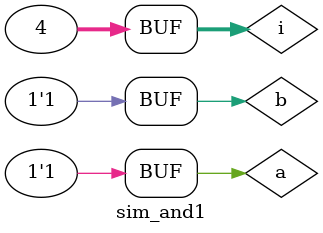
<source format=v>
`include "and1.v"
module sim_and1 ;
    integer i;
    reg a,b;
    wire Y;
    and1 dut (
        .Y (Y),
        .a (a),
        .b (b)
    );

    initial begin
        $dumpfile("and1.vcd");
        $dumpvars(0);
        for (i=0;i<4;i = i + 1) begin
            {a,b} = i[1:0];
            #10;
        end
    end
endmodule

</source>
